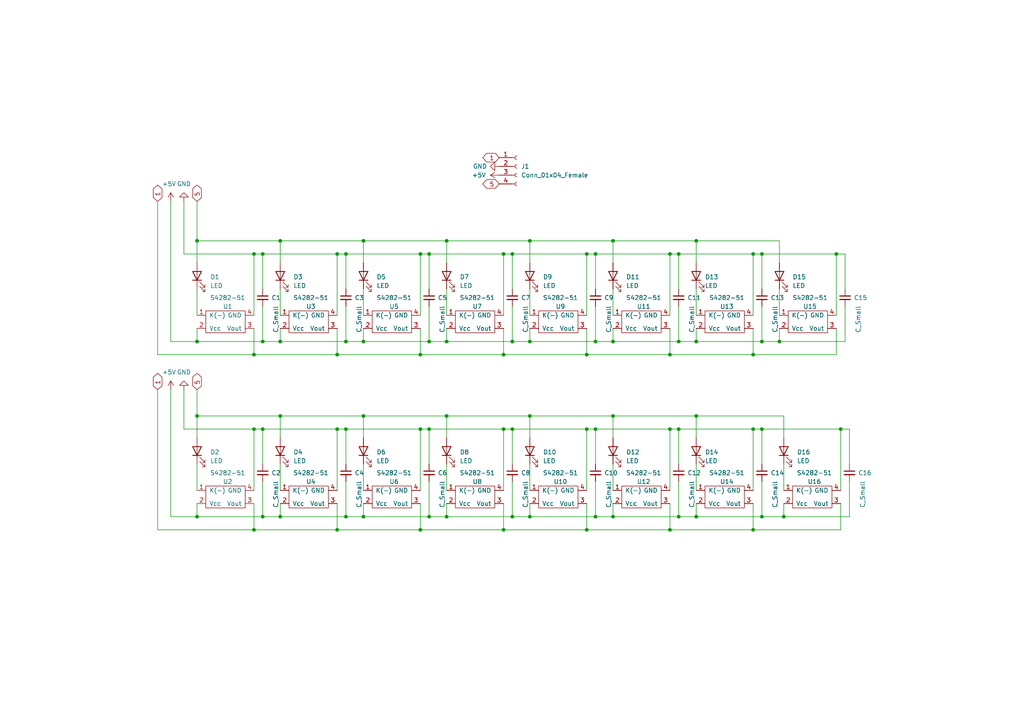
<source format=kicad_sch>
(kicad_sch (version 20211123) (generator eeschema)
  (paper "A4")
  (lib_symbols
    (symbol "Connector:Conn_01x04_Female" (pin_names (offset 1.016) hide)
      (property "Reference" "J" (at 0 5.08 0))
      (property "Value" "Conn_01x04_Female" (at 0 -7.62 0))
      (symbol "Conn_01x04_Female_1_1"
        (arc (start 0 -4.572) (mid -0.508 -5.08) (end 0 -5.588) (stroke (width 0.1524)))
        (arc (start 0 -2.032) (mid -0.508 -2.54) (end 0 -3.048) (stroke (width 0.1524)))
        (polyline (pts (xy -1.27 -5.08) (xy -0.508 -5.08)) (stroke (width 0.1524)))
        (polyline (pts (xy -1.27 -2.54) (xy -0.508 -2.54)) (stroke (width 0.1524)))
        (polyline (pts (xy -1.27 0) (xy -0.508 0)) (stroke (width 0.1524)))
        (polyline (pts (xy -1.27 2.54) (xy -0.508 2.54)) (stroke (width 0.1524)))
        (arc (start 0 0.508) (mid -0.508 0) (end 0 -0.508) (stroke (width 0.1524)))
        (arc (start 0 3.048) (mid -0.508 2.54) (end 0 2.032) (stroke (width 0.1524)))
        (pin passive line (at -5.08 2.54 0) (length 3.81) (name "Pin_1") (number "1"))
        (pin passive line (at -5.08 0 0) (length 3.81) (name "Pin_2") (number "2"))
        (pin passive line (at -5.08 -2.54 0) (length 3.81) (name "Pin_3") (number "3"))
        (pin passive line (at -5.08 -5.08 0) (length 3.81) (name "Pin_4") (number "4"))
      )
    )
    (symbol "Device:C_Small" (pin_numbers hide) (pin_names (offset 0.254) hide)
      (property "Reference" "C" (at 0.254 1.778 0))
      (property "Value" "C_Small" (at 0.254 -2.032 0))
      (symbol "C_Small_0_1"
        (polyline (pts (xy -1.524 -0.508) (xy 1.524 -0.508)) (stroke (width 0.3302)))
        (polyline (pts (xy -1.524 0.508) (xy 1.524 0.508)) (stroke (width 0.3048)))
      )
      (symbol "C_Small_1_1"
        (pin passive line (at 0 2.54 270) (length 2.032) (name "~") (number "1"))
        (pin passive line (at 0 -2.54 90) (length 2.032) (name "~") (number "2"))
      )
    )
    (symbol "Device:LED" (pin_numbers hide) (pin_names (offset 1.016) hide)
      (property "Reference" "D" (at 0 2.54 0))
      (property "Value" "LED" (at 0 -2.54 0))
      (symbol "LED_0_1"
        (polyline (pts (xy -1.27 -1.27) (xy -1.27 1.27)) (stroke (width 0.254)))
        (polyline (pts (xy -1.27 0) (xy 1.27 0)))
        (polyline (pts (xy 1.27 -1.27) (xy 1.27 1.27) (xy -1.27 0) (xy 1.27 -1.27)) (stroke (width 0.254)))
        (polyline (pts (xy -3.048 -0.762) (xy -4.572 -2.286) (xy -3.81 -2.286) (xy -4.572 -2.286) (xy -4.572 -1.524)))
        (polyline (pts (xy -1.778 -0.762) (xy -3.302 -2.286) (xy -2.54 -2.286) (xy -3.302 -2.286) (xy -3.302 -1.524)))
      )
      (symbol "LED_1_1"
        (pin passive line (at -3.81 0 0) (length 2.54) (name "K") (number "1"))
        (pin passive line (at 3.81 0 180) (length 2.54) (name "A") (number "2"))
      )
    )
    (symbol "New_Library:S4282-51" (pin_names (offset 1.016))
      (property "Reference" "U" (at 0 3.81 0))
      (property "Value" "S4282-51" (at 0 6.35 0))
      (symbol "S4282-51_0_1"
        (rectangle (start -6.35 2.54) (end 5.08 -3.81))
      )
      (symbol "S4282-51_1_1"
        (pin input line (at -8.89 1.27 0) (length 2.54) (name "K(-)") (number "1"))
        (pin input line (at -8.89 -2.54 0) (length 2.54) (name "Vcc") (number "2"))
        (pin input line (at 7.62 -2.54 180) (length 2.54) (name "Vout") (number "3"))
        (pin input line (at 7.62 1.27 180) (length 2.54) (name "GND") (number "4"))
      )
    )
    (symbol "power:+5V" (power) (pin_names (offset 0))
      (property "Value" "+5V" (at 0 3.556 0))
      (symbol "+5V_0_1"
        (polyline (pts (xy -0.762 1.27) (xy 0 2.54)))
        (polyline (pts (xy 0 0) (xy 0 2.54)))
        (polyline (pts (xy 0 2.54) (xy 0.762 1.27)))
      )
      (symbol "+5V_1_1"
        (pin power_in line (at 0 0 90) (length 0) hide (name "+5V") (number "1"))
      )
    )
    (symbol "power:GND" (power) (pin_names (offset 0))
      (property "Value" "GND" (at 0 -3.81 0))
      (symbol "GND_0_1"
        (polyline (pts (xy 0 0) (xy 0 -1.27) (xy 1.27 -1.27) (xy 0 -2.54) (xy -1.27 -1.27) (xy 0 -1.27)))
      )
      (symbol "GND_1_1"
        (pin power_in line (at 0 0 270) (length 0) hide (name "GND") (number "1"))
      )
    )
  )
  (junction (at 218.44 153.67))
  (junction (at 218.44 124.46))
  (junction (at 153.67 69.85))
  (junction (at 73.66 102.87))
  (junction (at 105.41 69.85))
  (junction (at 220.98 99.06))
  (junction (at 124.46 149.86))
  (junction (at 124.46 124.46))
  (junction (at 57.15 99.06))
  (junction (at 81.28 120.65))
  (junction (at 97.79 153.67))
  (junction (at 172.72 124.46))
  (junction (at 220.98 124.46))
  (junction (at 124.46 73.66))
  (junction (at 129.54 99.06))
  (junction (at 146.05 102.87))
  (junction (at 201.93 69.85))
  (junction (at 172.72 149.86))
  (junction (at 218.44 102.87))
  (junction (at 220.98 73.66))
  (junction (at 226.06 99.06))
  (junction (at 170.18 102.87))
  (junction (at 172.72 73.66))
  (junction (at 196.85 99.06))
  (junction (at 105.41 99.06))
  (junction (at 196.85 124.46))
  (junction (at 148.59 124.46))
  (junction (at 242.57 73.66))
  (junction (at 97.79 73.66))
  (junction (at 148.59 99.06))
  (junction (at 153.67 149.86))
  (junction (at 129.54 69.85))
  (junction (at 170.18 124.46))
  (junction (at 218.44 73.66))
  (junction (at 76.2 124.46))
  (junction (at 105.41 149.86))
  (junction (at 100.33 73.66))
  (junction (at 201.93 120.65))
  (junction (at 100.33 99.06))
  (junction (at 194.31 102.87))
  (junction (at 97.79 102.87))
  (junction (at 129.54 120.65))
  (junction (at 73.66 124.46))
  (junction (at 73.66 153.67))
  (junction (at 172.72 99.06))
  (junction (at 220.98 149.86))
  (junction (at 124.46 99.06))
  (junction (at 81.28 69.85))
  (junction (at 196.85 149.86))
  (junction (at 177.8 120.65))
  (junction (at 153.67 120.65))
  (junction (at 194.31 124.46))
  (junction (at 100.33 124.46))
  (junction (at 177.8 99.06))
  (junction (at 76.2 149.86))
  (junction (at 121.92 153.67))
  (junction (at 170.18 73.66))
  (junction (at 57.15 149.86))
  (junction (at 196.85 73.66))
  (junction (at 121.92 102.87))
  (junction (at 170.18 153.67))
  (junction (at 100.33 149.86))
  (junction (at 243.84 124.46))
  (junction (at 194.31 153.67))
  (junction (at 57.15 69.85))
  (junction (at 81.28 99.06))
  (junction (at 201.93 149.86))
  (junction (at 76.2 99.06))
  (junction (at 97.79 124.46))
  (junction (at 121.92 73.66))
  (junction (at 148.59 73.66))
  (junction (at 105.41 120.65))
  (junction (at 146.05 73.66))
  (junction (at 177.8 149.86))
  (junction (at 146.05 124.46))
  (junction (at 148.59 149.86))
  (junction (at 146.05 153.67))
  (junction (at 57.15 120.65))
  (junction (at 201.93 99.06))
  (junction (at 177.8 69.85))
  (junction (at 121.92 124.46))
  (junction (at 76.2 73.66))
  (junction (at 153.67 99.06))
  (junction (at 81.28 149.86))
  (junction (at 194.31 73.66))
  (junction (at 73.66 73.66))
  (junction (at 227.33 149.86))
  (junction (at 129.54 149.86))
  (wire (pts (xy 97.79 153.67) (xy 121.92 153.67)))
  (wire (pts (xy 153.67 99.06) (xy 172.72 99.06)))
  (wire (pts (xy 177.8 69.85) (xy 177.8 76.2)))
  (wire (pts (xy 57.15 120.65) (xy 81.28 120.65)))
  (wire (pts (xy 218.44 124.46) (xy 218.44 142.24)))
  (wire (pts (xy 194.31 102.87) (xy 218.44 102.87)))
  (wire (pts (xy 220.98 124.46) (xy 243.84 124.46)))
  (wire (pts (xy 73.66 102.87) (xy 97.79 102.87)))
  (wire (pts (xy 170.18 153.67) (xy 194.31 153.67)))
  (wire (pts (xy 172.72 149.86) (xy 177.8 149.86)))
  (wire (pts (xy 100.33 124.46) (xy 121.92 124.46)))
  (wire (pts (xy 146.05 153.67) (xy 170.18 153.67)))
  (wire (pts (xy 146.05 95.25) (xy 146.05 102.87)))
  (wire (pts (xy 148.59 124.46) (xy 148.59 134.62)))
  (wire (pts (xy 246.38 139.7) (xy 246.38 149.86)))
  (wire (pts (xy 105.41 83.82) (xy 105.41 91.44)))
  (wire (pts (xy 121.92 102.87) (xy 146.05 102.87)))
  (wire (pts (xy 121.92 124.46) (xy 124.46 124.46)))
  (wire (pts (xy 53.34 124.46) (xy 73.66 124.46)))
  (wire (pts (xy 227.33 134.62) (xy 227.33 142.24)))
  (wire (pts (xy 148.59 139.7) (xy 148.59 149.86)))
  (wire (pts (xy 100.33 99.06) (xy 105.41 99.06)))
  (wire (pts (xy 146.05 146.05) (xy 146.05 153.67)))
  (wire (pts (xy 170.18 102.87) (xy 194.31 102.87)))
  (wire (pts (xy 243.84 124.46) (xy 243.84 142.24)))
  (wire (pts (xy 97.79 124.46) (xy 97.79 142.24)))
  (wire (pts (xy 97.79 73.66) (xy 97.79 91.44)))
  (wire (pts (xy 245.11 99.06) (xy 226.06 99.06)))
  (wire (pts (xy 76.2 73.66) (xy 76.2 83.82)))
  (wire (pts (xy 105.41 146.05) (xy 105.41 149.86)))
  (wire (pts (xy 196.85 99.06) (xy 201.93 99.06)))
  (wire (pts (xy 245.11 88.9) (xy 245.11 99.06)))
  (wire (pts (xy 220.98 139.7) (xy 220.98 149.86)))
  (wire (pts (xy 220.98 88.9) (xy 220.98 99.06)))
  (wire (pts (xy 53.34 113.03) (xy 53.34 124.46)))
  (wire (pts (xy 246.38 134.62) (xy 246.38 124.46)))
  (wire (pts (xy 172.72 73.66) (xy 172.72 83.82)))
  (wire (pts (xy 220.98 124.46) (xy 220.98 134.62)))
  (wire (pts (xy 194.31 124.46) (xy 196.85 124.46)))
  (wire (pts (xy 201.93 83.82) (xy 201.93 91.44)))
  (wire (pts (xy 57.15 83.82) (xy 57.15 91.44)))
  (wire (pts (xy 76.2 139.7) (xy 76.2 149.86)))
  (wire (pts (xy 57.15 95.25) (xy 57.15 99.06)))
  (wire (pts (xy 81.28 134.62) (xy 81.28 142.24)))
  (wire (pts (xy 172.72 139.7) (xy 172.72 149.86)))
  (wire (pts (xy 146.05 73.66) (xy 146.05 91.44)))
  (wire (pts (xy 177.8 149.86) (xy 196.85 149.86)))
  (wire (pts (xy 49.53 149.86) (xy 57.15 149.86)))
  (wire (pts (xy 73.66 95.25) (xy 73.66 102.87)))
  (wire (pts (xy 194.31 146.05) (xy 194.31 153.67)))
  (wire (pts (xy 100.33 149.86) (xy 105.41 149.86)))
  (wire (pts (xy 97.79 95.25) (xy 97.79 102.87)))
  (wire (pts (xy 81.28 149.86) (xy 100.33 149.86)))
  (wire (pts (xy 194.31 124.46) (xy 194.31 142.24)))
  (wire (pts (xy 97.79 102.87) (xy 121.92 102.87)))
  (wire (pts (xy 124.46 88.9) (xy 124.46 99.06)))
  (wire (pts (xy 196.85 88.9) (xy 196.85 99.06)))
  (wire (pts (xy 172.72 99.06) (xy 177.8 99.06)))
  (wire (pts (xy 246.38 149.86) (xy 227.33 149.86)))
  (wire (pts (xy 121.92 124.46) (xy 121.92 142.24)))
  (wire (pts (xy 129.54 120.65) (xy 153.67 120.65)))
  (wire (pts (xy 242.57 73.66) (xy 242.57 91.44)))
  (wire (pts (xy 124.46 149.86) (xy 129.54 149.86)))
  (wire (pts (xy 194.31 73.66) (xy 196.85 73.66)))
  (wire (pts (xy 146.05 102.87) (xy 170.18 102.87)))
  (wire (pts (xy 218.44 102.87) (xy 242.57 102.87)))
  (wire (pts (xy 218.44 73.66) (xy 220.98 73.66)))
  (wire (pts (xy 177.8 146.05) (xy 177.8 149.86)))
  (wire (pts (xy 53.34 73.66) (xy 73.66 73.66)))
  (wire (pts (xy 227.33 120.65) (xy 227.33 127)))
  (wire (pts (xy 129.54 95.25) (xy 129.54 99.06)))
  (wire (pts (xy 45.72 58.42) (xy 45.72 102.87)))
  (wire (pts (xy 124.46 124.46) (xy 124.46 134.62)))
  (wire (pts (xy 57.15 120.65) (xy 57.15 127)))
  (wire (pts (xy 57.15 146.05) (xy 57.15 149.86)))
  (wire (pts (xy 73.66 124.46) (xy 73.66 142.24)))
  (wire (pts (xy 105.41 120.65) (xy 105.41 127)))
  (wire (pts (xy 76.2 124.46) (xy 76.2 134.62)))
  (wire (pts (xy 220.98 73.66) (xy 220.98 83.82)))
  (wire (pts (xy 226.06 76.2) (xy 226.06 69.85)))
  (wire (pts (xy 53.34 58.42) (xy 53.34 73.66)))
  (wire (pts (xy 105.41 95.25) (xy 105.41 99.06)))
  (wire (pts (xy 49.53 99.06) (xy 57.15 99.06)))
  (wire (pts (xy 177.8 120.65) (xy 177.8 127)))
  (wire (pts (xy 220.98 99.06) (xy 226.06 99.06)))
  (wire (pts (xy 105.41 120.65) (xy 129.54 120.65)))
  (wire (pts (xy 45.72 153.67) (xy 73.66 153.67)))
  (wire (pts (xy 57.15 149.86) (xy 76.2 149.86)))
  (wire (pts (xy 153.67 69.85) (xy 177.8 69.85)))
  (wire (pts (xy 49.53 58.42) (xy 49.53 99.06)))
  (wire (pts (xy 194.31 95.25) (xy 194.31 102.87)))
  (wire (pts (xy 105.41 149.86) (xy 124.46 149.86)))
  (wire (pts (xy 146.05 124.46) (xy 146.05 142.24)))
  (wire (pts (xy 124.46 73.66) (xy 146.05 73.66)))
  (wire (pts (xy 153.67 134.62) (xy 153.67 142.24)))
  (wire (pts (xy 100.33 73.66) (xy 100.33 83.82)))
  (wire (pts (xy 177.8 69.85) (xy 201.93 69.85)))
  (wire (pts (xy 45.72 113.03) (xy 45.72 153.67)))
  (wire (pts (xy 242.57 102.87) (xy 242.57 95.25)))
  (wire (pts (xy 76.2 124.46) (xy 97.79 124.46)))
  (wire (pts (xy 76.2 88.9) (xy 76.2 99.06)))
  (wire (pts (xy 153.67 69.85) (xy 153.67 76.2)))
  (wire (pts (xy 220.98 149.86) (xy 227.33 149.86)))
  (wire (pts (xy 57.15 99.06) (xy 76.2 99.06)))
  (wire (pts (xy 218.44 124.46) (xy 220.98 124.46)))
  (wire (pts (xy 201.93 134.62) (xy 201.93 142.24)))
  (wire (pts (xy 129.54 69.85) (xy 129.54 76.2)))
  (wire (pts (xy 218.44 146.05) (xy 218.44 153.67)))
  (wire (pts (xy 129.54 134.62) (xy 129.54 142.24)))
  (wire (pts (xy 226.06 99.06) (xy 226.06 95.25)))
  (wire (pts (xy 81.28 95.25) (xy 81.28 99.06)))
  (wire (pts (xy 196.85 73.66) (xy 218.44 73.66)))
  (wire (pts (xy 153.67 146.05) (xy 153.67 149.86)))
  (wire (pts (xy 105.41 134.62) (xy 105.41 142.24)))
  (wire (pts (xy 97.79 124.46) (xy 100.33 124.46)))
  (wire (pts (xy 129.54 83.82) (xy 129.54 91.44)))
  (wire (pts (xy 220.98 73.66) (xy 242.57 73.66)))
  (wire (pts (xy 153.67 83.82) (xy 153.67 91.44)))
  (wire (pts (xy 81.28 120.65) (xy 105.41 120.65)))
  (wire (pts (xy 76.2 99.06) (xy 81.28 99.06)))
  (wire (pts (xy 196.85 149.86) (xy 201.93 149.86)))
  (wire (pts (xy 170.18 95.25) (xy 170.18 102.87)))
  (wire (pts (xy 121.92 146.05) (xy 121.92 153.67)))
  (wire (pts (xy 45.72 102.87) (xy 73.66 102.87)))
  (wire (pts (xy 148.59 73.66) (xy 148.59 83.82)))
  (wire (pts (xy 124.46 124.46) (xy 146.05 124.46)))
  (wire (pts (xy 129.54 149.86) (xy 148.59 149.86)))
  (wire (pts (xy 148.59 88.9) (xy 148.59 99.06)))
  (wire (pts (xy 177.8 83.82) (xy 177.8 91.44)))
  (wire (pts (xy 201.93 99.06) (xy 220.98 99.06)))
  (wire (pts (xy 177.8 134.62) (xy 177.8 142.24)))
  (wire (pts (xy 177.8 120.65) (xy 201.93 120.65)))
  (wire (pts (xy 105.41 99.06) (xy 124.46 99.06)))
  (wire (pts (xy 218.44 95.25) (xy 218.44 102.87)))
  (wire (pts (xy 201.93 120.65) (xy 201.93 127)))
  (wire (pts (xy 172.72 88.9) (xy 172.72 99.06)))
  (wire (pts (xy 81.28 146.05) (xy 81.28 149.86)))
  (wire (pts (xy 218.44 73.66) (xy 218.44 91.44)))
  (wire (pts (xy 153.67 149.86) (xy 172.72 149.86)))
  (wire (pts (xy 129.54 120.65) (xy 129.54 127)))
  (wire (pts (xy 81.28 99.06) (xy 100.33 99.06)))
  (wire (pts (xy 148.59 124.46) (xy 170.18 124.46)))
  (wire (pts (xy 172.72 124.46) (xy 172.72 134.62)))
  (wire (pts (xy 170.18 146.05) (xy 170.18 153.67)))
  (wire (pts (xy 172.72 124.46) (xy 194.31 124.46)))
  (wire (pts (xy 243.84 153.67) (xy 243.84 146.05)))
  (wire (pts (xy 194.31 73.66) (xy 194.31 91.44)))
  (wire (pts (xy 100.33 88.9) (xy 100.33 99.06)))
  (wire (pts (xy 170.18 73.66) (xy 172.72 73.66)))
  (wire (pts (xy 121.92 73.66) (xy 121.92 91.44)))
  (wire (pts (xy 100.33 124.46) (xy 100.33 134.62)))
  (wire (pts (xy 201.93 69.85) (xy 226.06 69.85)))
  (wire (pts (xy 73.66 153.67) (xy 97.79 153.67)))
  (wire (pts (xy 153.67 95.25) (xy 153.67 99.06)))
  (wire (pts (xy 124.46 73.66) (xy 124.46 83.82)))
  (wire (pts (xy 177.8 99.06) (xy 196.85 99.06)))
  (wire (pts (xy 146.05 124.46) (xy 148.59 124.46)))
  (wire (pts (xy 245.11 73.66) (xy 242.57 73.66)))
  (wire (pts (xy 105.41 69.85) (xy 129.54 69.85)))
  (wire (pts (xy 148.59 99.06) (xy 153.67 99.06)))
  (wire (pts (xy 49.53 113.03) (xy 49.53 149.86)))
  (wire (pts (xy 97.79 73.66) (xy 100.33 73.66)))
  (wire (pts (xy 201.93 69.85) (xy 201.93 76.2)))
  (wire (pts (xy 196.85 124.46) (xy 196.85 134.62)))
  (wire (pts (xy 73.66 146.05) (xy 73.66 153.67)))
  (wire (pts (xy 124.46 99.06) (xy 129.54 99.06)))
  (wire (pts (xy 218.44 153.67) (xy 243.84 153.67)))
  (wire (pts (xy 81.28 120.65) (xy 81.28 127)))
  (wire (pts (xy 201.93 149.86) (xy 220.98 149.86)))
  (wire (pts (xy 170.18 73.66) (xy 170.18 91.44)))
  (wire (pts (xy 73.66 124.46) (xy 76.2 124.46)))
  (wire (pts (xy 57.15 69.85) (xy 81.28 69.85)))
  (wire (pts (xy 129.54 69.85) (xy 153.67 69.85)))
  (wire (pts (xy 121.92 95.25) (xy 121.92 102.87)))
  (wire (pts (xy 81.28 69.85) (xy 81.28 76.2)))
  (wire (pts (xy 73.66 73.66) (xy 73.66 91.44)))
  (wire (pts (xy 201.93 95.25) (xy 201.93 99.06)))
  (wire (pts (xy 121.92 153.67) (xy 146.05 153.67)))
  (wire (pts (xy 148.59 73.66) (xy 170.18 73.66)))
  (wire (pts (xy 57.15 113.03) (xy 57.15 120.65)))
  (wire (pts (xy 245.11 83.82) (xy 245.11 73.66)))
  (wire (pts (xy 129.54 146.05) (xy 129.54 149.86)))
  (wire (pts (xy 105.41 69.85) (xy 105.41 76.2)))
  (wire (pts (xy 81.28 69.85) (xy 105.41 69.85)))
  (wire (pts (xy 172.72 73.66) (xy 194.31 73.66)))
  (wire (pts (xy 97.79 146.05) (xy 97.79 153.67)))
  (wire (pts (xy 201.93 120.65) (xy 227.33 120.65)))
  (wire (pts (xy 194.31 153.67) (xy 218.44 153.67)))
  (wire (pts (xy 73.66 73.66) (xy 76.2 73.66)))
  (wire (pts (xy 100.33 73.66) (xy 121.92 73.66)))
  (wire (pts (xy 57.15 134.62) (xy 57.15 142.24)))
  (wire (pts (xy 170.18 124.46) (xy 170.18 142.24)))
  (wire (pts (xy 124.46 139.7) (xy 124.46 149.86)))
  (wire (pts (xy 57.15 69.85) (xy 57.15 76.2)))
  (wire (pts (xy 196.85 124.46) (xy 218.44 124.46)))
  (wire (pts (xy 226.06 91.44) (xy 226.06 83.82)))
  (wire (pts (xy 170.18 124.46) (xy 172.72 124.46)))
  (wire (pts (xy 196.85 139.7) (xy 196.85 149.86)))
  (wire (pts (xy 148.59 149.86) (xy 153.67 149.86)))
  (wire (pts (xy 100.33 139.7) (xy 100.33 149.86)))
  (wire (pts (xy 177.8 95.25) (xy 177.8 99.06)))
  (wire (pts (xy 153.67 120.65) (xy 153.67 127)))
  (wire (pts (xy 146.05 73.66) (xy 148.59 73.66)))
  (wire (pts (xy 129.54 99.06) (xy 148.59 99.06)))
  (wire (pts (xy 153.67 120.65) (xy 177.8 120.65)))
  (wire (pts (xy 81.28 83.82) (xy 81.28 91.44)))
  (wire (pts (xy 201.93 146.05) (xy 201.93 149.86)))
  (wire (pts (xy 227.33 149.86) (xy 227.33 146.05)))
  (wire (pts (xy 246.38 124.46) (xy 243.84 124.46)))
  (wire (pts (xy 57.15 58.42) (xy 57.15 69.85)))
  (wire (pts (xy 76.2 149.86) (xy 81.28 149.86)))
  (wire (pts (xy 76.2 73.66) (xy 97.79 73.66)))
  (wire (pts (xy 121.92 73.66) (xy 124.46 73.66)))
  (wire (pts (xy 196.85 73.66) (xy 196.85 83.82)))
  (global_label "5" (shape bidirectional) (at 144.78 53.34 180) (property "Intersheet References" "${INTERSHEET_REFS}" (effects hide)))
  (global_label "5" (shape bidirectional) (at 57.15 113.03 90) (property "Intersheet References" "${INTERSHEET_REFS}" (effects hide)))
  (global_label "1" (shape bidirectional) (at 45.72 58.42 90) (property "Intersheet References" "${INTERSHEET_REFS}" (effects hide)))
  (global_label "1" (shape bidirectional) (at 45.72 113.03 90) (property "Intersheet References" "${INTERSHEET_REFS}" (effects hide)))
  (global_label "5" (shape bidirectional) (at 57.15 58.42 90) (property "Intersheet References" "${INTERSHEET_REFS}" (effects hide)))
  (global_label "1" (shape bidirectional) (at 144.78 45.72 180) (property "Intersheet References" "${INTERSHEET_REFS}" (effects hide)))
  (symbol (lib_id "New_Library:S4282-51") (at 66.04 92.71 0) (unit 1)
    (property "Reference" "U1" (at 66.04 88.9 0))
    (property "Value" "S4282-51" (at 66.04 86.36 0))
    (property "Footprint" "Line_sennsor:Line_sennsor" (effects hide))
  )
  (symbol (lib_id "Device:C_Small") (at 100.33 137.16 0) (unit 1)
    (property "Reference" "C4" (at 102.87 137.16 0) (effects (justify left)))
    (property "Value" "C_Small" (at 104.14 147.32 90) (effects (justify left)))
    (property "Footprint" "Capacitor_THT:C_Disc_D3.8mm_W2.6mm_P2.50mm" (effects hide))
  )
  (symbol (lib_id "New_Library:S4282-51") (at 114.3 92.71 0) (unit 1)
    (property "Reference" "U5" (at 114.3 88.9 0))
    (property "Value" "S4282-51" (at 114.3 86.36 0))
    (property "Footprint" "Line_sennsor:Line_sennsor" (effects hide))
  )
  (symbol (lib_id "Device:LED") (at 177.8 130.81 90) (unit 1)
    (property "Reference" "D12" (at 181.61 131.1274 90) (effects (justify right)))
    (property "Value" "LED" (at 181.61 133.6674 90) (effects (justify right)))
    (property "Footprint" "LED_THT:LED_D3.0mm_Clear" (effects hide))
  )
  (symbol (lib_id "Device:LED") (at 226.06 80.01 90) (unit 1)
    (property "Reference" "D15" (at 229.87 80.3274 90) (effects (justify right)))
    (property "Value" "LED" (at 229.87 82.8674 90) (effects (justify right)))
    (property "Footprint" "LED_THT:LED_D3.0mm_Clear" (effects hide))
  )
  (symbol (lib_id "power:+5V") (at 49.53 58.42 0) (unit 1)
    (property "Reference" "#PWR01" (effects hide))
    (property "Value" "+5V" (at 46.99 53.34 0) (effects (justify left)))
  )
  (symbol (lib_id "Device:C_Small") (at 196.85 137.16 0) (unit 1)
    (property "Reference" "C12" (at 199.39 137.16 0) (effects (justify left)))
    (property "Value" "C_Small" (at 200.66 147.32 90) (effects (justify left)))
    (property "Footprint" "Capacitor_THT:C_Disc_D3.8mm_W2.6mm_P2.50mm" (effects hide))
  )
  (symbol (lib_id "power:GND") (at 144.78 48.26 270) (unit 1)
    (property "Reference" "#PWR05" (effects hide))
    (property "Value" "GND" (at 137.16 48.26 90) (effects (justify left)))
  )
  (symbol (lib_id "New_Library:S4282-51") (at 138.43 92.71 0) (unit 1)
    (property "Reference" "U7" (at 138.43 88.9 0))
    (property "Value" "S4282-51" (at 138.43 86.36 0))
    (property "Footprint" "Line_sennsor:Line_sennsor" (effects hide))
  )
  (symbol (lib_id "New_Library:S4282-51") (at 90.17 92.71 0) (unit 1)
    (property "Reference" "U3" (at 90.17 88.9 0))
    (property "Value" "S4282-51" (at 90.17 86.36 0))
    (property "Footprint" "Line_sennsor:Line_sennsor" (effects hide))
  )
  (symbol (lib_id "Device:LED") (at 177.8 80.01 90) (unit 1)
    (property "Reference" "D11" (at 181.61 80.3274 90) (effects (justify right)))
    (property "Value" "LED" (at 181.61 82.8674 90) (effects (justify right)))
    (property "Footprint" "LED_THT:LED_D3.0mm_Clear" (effects hide))
  )
  (symbol (lib_id "Device:C_Small") (at 124.46 137.16 0) (unit 1)
    (property "Reference" "C6" (at 127 137.16 0) (effects (justify left)))
    (property "Value" "C_Small" (at 128.27 147.32 90) (effects (justify left)))
    (property "Footprint" "Capacitor_THT:C_Disc_D3.8mm_W2.6mm_P2.50mm" (effects hide))
  )
  (symbol (lib_id "New_Library:S4282-51") (at 210.82 92.71 0) (unit 1)
    (property "Reference" "U13" (at 210.82 88.9 0))
    (property "Value" "S4282-51" (at 210.82 86.36 0))
    (property "Footprint" "Line_sennsor:Line_sennsor" (effects hide))
  )
  (symbol (lib_id "Device:C_Small") (at 245.11 86.36 0) (unit 1)
    (property "Reference" "C15" (at 247.65 86.36 0) (effects (justify left)))
    (property "Value" "C_Small" (at 248.92 96.52 90) (effects (justify left)))
    (property "Footprint" "Capacitor_THT:C_Disc_D3.8mm_W2.6mm_P2.50mm" (effects hide))
  )
  (symbol (lib_id "power:+5V") (at 49.53 113.03 0) (unit 1)
    (property "Reference" "#PWR02" (effects hide))
    (property "Value" "+5V" (at 46.99 107.95 0) (effects (justify left)))
  )
  (symbol (lib_id "New_Library:S4282-51") (at 186.69 143.51 0) (unit 1)
    (property "Reference" "U12" (at 186.69 139.7 0))
    (property "Value" "S4282-51" (at 186.69 137.16 0))
    (property "Footprint" "Line_sennsor:Line_sennsor" (effects hide))
  )
  (symbol (lib_id "Device:LED") (at 57.15 80.01 90) (unit 1)
    (property "Reference" "D1" (at 60.96 80.3274 90) (effects (justify right)))
    (property "Value" "LED" (at 60.96 82.8674 90) (effects (justify right)))
    (property "Footprint" "LED_THT:LED_D3.0mm_Clear" (effects hide))
  )
  (symbol (lib_id "Device:LED") (at 57.15 130.81 90) (unit 1)
    (property "Reference" "D2" (at 60.96 131.1274 90) (effects (justify right)))
    (property "Value" "LED" (at 60.96 133.6674 90) (effects (justify right)))
    (property "Footprint" "LED_THT:LED_D3.0mm_Clear" (effects hide))
  )
  (symbol (lib_id "New_Library:S4282-51") (at 138.43 143.51 0) (unit 1)
    (property "Reference" "U8" (at 138.43 139.7 0))
    (property "Value" "S4282-51" (at 138.43 137.16 0))
    (property "Footprint" "Line_sennsor:Line_sennsor" (effects hide))
  )
  (symbol (lib_id "New_Library:S4282-51") (at 162.56 92.71 0) (unit 1)
    (property "Reference" "U9" (at 162.56 88.9 0))
    (property "Value" "S4282-51" (at 162.56 86.36 0))
    (property "Footprint" "Line_sennsor:Line_sennsor" (effects hide))
  )
  (symbol (lib_id "power:GND") (at 53.34 58.42 180) (unit 1)
    (property "Reference" "#PWR03" (effects hide))
    (property "Value" "GND" (at 53.34 53.34 0))
  )
  (symbol (lib_id "Device:LED") (at 227.33 130.81 90) (unit 1)
    (property "Reference" "D16" (at 231.14 131.1274 90) (effects (justify right)))
    (property "Value" "LED" (at 231.14 133.6674 90) (effects (justify right)))
    (property "Footprint" "LED_THT:LED_D3.0mm_Clear" (effects hide))
  )
  (symbol (lib_id "Device:LED") (at 129.54 130.81 90) (unit 1)
    (property "Reference" "D8" (at 133.35 131.1274 90) (effects (justify right)))
    (property "Value" "LED" (at 133.35 133.6674 90) (effects (justify right)))
    (property "Footprint" "LED_THT:LED_D3.0mm_Clear" (effects hide))
  )
  (symbol (lib_id "New_Library:S4282-51") (at 234.95 92.71 0) (unit 1)
    (property "Reference" "U15" (at 234.95 88.9 0))
    (property "Value" "S4282-51" (at 234.95 86.36 0))
    (property "Footprint" "Line_sennsor:Line_sennsor" (effects hide))
  )
  (symbol (lib_id "Device:LED") (at 105.41 130.81 90) (unit 1)
    (property "Reference" "D6" (at 109.22 131.1274 90) (effects (justify right)))
    (property "Value" "LED" (at 109.22 133.6674 90) (effects (justify right)))
    (property "Footprint" "LED_THT:LED_D3.0mm_Clear" (effects hide))
  )
  (symbol (lib_id "power:+5V") (at 144.78 50.8 90) (unit 1)
    (property "Reference" "#PWR06" (effects hide))
    (property "Value" "+5V" (at 140.97 50.8 90) (effects (justify left)))
  )
  (symbol (lib_id "Device:C_Small") (at 246.38 137.16 0) (unit 1)
    (property "Reference" "C16" (at 248.92 137.16 0) (effects (justify left)))
    (property "Value" "C_Small" (at 250.19 147.32 90) (effects (justify left)))
    (property "Footprint" "Capacitor_THT:C_Disc_D3.8mm_W2.6mm_P2.50mm" (effects hide))
  )
  (symbol (lib_id "Device:C_Small") (at 220.98 86.36 0) (unit 1)
    (property "Reference" "C13" (at 223.52 86.36 0) (effects (justify left)))
    (property "Value" "C_Small" (at 224.79 96.52 90) (effects (justify left)))
    (property "Footprint" "Capacitor_THT:C_Disc_D3.8mm_W2.6mm_P2.50mm" (effects hide))
  )
  (symbol (lib_id "power:GND") (at 53.34 113.03 180) (unit 1)
    (property "Reference" "#PWR04" (effects hide))
    (property "Value" "GND" (at 53.34 107.95 0))
  )
  (symbol (lib_id "Device:C_Small") (at 76.2 86.36 0) (unit 1)
    (property "Reference" "C1" (at 78.74 86.36 0) (effects (justify left)))
    (property "Value" "C_Small" (at 80.01 96.52 90) (effects (justify left)))
    (property "Footprint" "Capacitor_THT:C_Disc_D3.8mm_W2.6mm_P2.50mm" (effects hide))
  )
  (symbol (lib_id "Device:LED") (at 201.93 130.81 90) (unit 1)
    (property "Reference" "D14" (at 204.47 131.1274 90) (effects (justify right)))
    (property "Value" "LED" (at 204.47 133.6674 90) (effects (justify right)))
    (property "Footprint" "LED_THT:LED_D3.0mm_Clear" (effects hide))
  )
  (symbol (lib_id "Device:C_Small") (at 148.59 86.36 0) (unit 1)
    (property "Reference" "C7" (at 151.13 86.36 0) (effects (justify left)))
    (property "Value" "C_Small" (at 152.4 96.52 90) (effects (justify left)))
    (property "Footprint" "Capacitor_THT:C_Disc_D3.8mm_W2.6mm_P2.50mm" (effects hide))
  )
  (symbol (lib_id "Connector:Conn_01x04_Female") (at 149.86 48.26 0) (unit 1)
    (property "Reference" "J1" (at 151.13 48.2599 0) (effects (justify left)))
    (property "Value" "Conn_01x04_Female" (at 151.13 50.7999 0) (effects (justify left)))
    (property "Footprint" "Connector_JST:JST_XH_B4B-XH-A_1x04_P2.50mm_Vertical" (effects hide))
  )
  (symbol (lib_id "Device:C_Small") (at 196.85 86.36 0) (unit 1)
    (property "Reference" "C11" (at 199.39 86.36 0) (effects (justify left)))
    (property "Value" "C_Small" (at 200.66 96.52 90) (effects (justify left)))
    (property "Footprint" "Capacitor_THT:C_Disc_D3.8mm_W2.6mm_P2.50mm" (effects hide))
  )
  (symbol (lib_id "New_Library:S4282-51") (at 66.04 143.51 0) (unit 1)
    (property "Reference" "U2" (at 66.04 139.7 0))
    (property "Value" "S4282-51" (at 66.04 137.16 0))
    (property "Footprint" "Line_sennsor:Line_sennsor" (effects hide))
  )
  (symbol (lib_id "Device:LED") (at 201.93 80.01 90) (unit 1)
    (property "Reference" "D13" (at 204.47 80.3274 90) (effects (justify right)))
    (property "Value" "LED" (at 204.47 82.8674 90) (effects (justify right)))
    (property "Footprint" "LED_THT:LED_D3.0mm_Clear" (effects hide))
  )
  (symbol (lib_id "New_Library:S4282-51") (at 186.69 92.71 0) (unit 1)
    (property "Reference" "U11" (at 186.69 88.9 0))
    (property "Value" "S4282-51" (at 186.69 86.36 0))
    (property "Footprint" "Line_sennsor:Line_sennsor" (effects hide))
  )
  (symbol (lib_id "Device:C_Small") (at 124.46 86.36 0) (unit 1)
    (property "Reference" "C5" (at 127 86.36 0) (effects (justify left)))
    (property "Value" "C_Small" (at 128.27 96.52 90) (effects (justify left)))
    (property "Footprint" "Capacitor_THT:C_Disc_D3.8mm_W2.6mm_P2.50mm" (effects hide))
  )
  (symbol (lib_id "Device:LED") (at 129.54 80.01 90) (unit 1)
    (property "Reference" "D7" (at 133.35 80.3274 90) (effects (justify right)))
    (property "Value" "LED" (at 133.35 82.8674 90) (effects (justify right)))
    (property "Footprint" "LED_THT:LED_D3.0mm_Clear" (effects hide))
  )
  (symbol (lib_id "Device:C_Small") (at 220.98 137.16 0) (unit 1)
    (property "Reference" "C14" (at 223.52 137.16 0) (effects (justify left)))
    (property "Value" "C_Small" (at 224.79 147.32 90) (effects (justify left)))
    (property "Footprint" "Capacitor_THT:C_Disc_D3.8mm_W2.6mm_P2.50mm" (effects hide))
  )
  (symbol (lib_id "Device:C_Small") (at 76.2 137.16 0) (unit 1)
    (property "Reference" "C2" (at 78.74 137.16 0) (effects (justify left)))
    (property "Value" "C_Small" (at 80.01 147.32 90) (effects (justify left)))
    (property "Footprint" "Capacitor_THT:C_Disc_D3.8mm_W2.6mm_P2.50mm" (effects hide))
  )
  (symbol (lib_id "Device:C_Small") (at 100.33 86.36 0) (unit 1)
    (property "Reference" "C3" (at 102.87 86.36 0) (effects (justify left)))
    (property "Value" "C_Small" (at 104.14 96.52 90) (effects (justify left)))
    (property "Footprint" "Capacitor_THT:C_Disc_D3.8mm_W2.6mm_P2.50mm" (effects hide))
  )
  (symbol (lib_id "Device:LED") (at 153.67 130.81 90) (unit 1)
    (property "Reference" "D10" (at 157.48 131.1274 90) (effects (justify right)))
    (property "Value" "LED" (at 157.48 133.6674 90) (effects (justify right)))
    (property "Footprint" "LED_THT:LED_D3.0mm_Clear" (effects hide))
  )
  (symbol (lib_id "New_Library:S4282-51") (at 210.82 143.51 0) (unit 1)
    (property "Reference" "U14" (at 210.82 139.7 0))
    (property "Value" "S4282-51" (at 210.82 137.16 0))
    (property "Footprint" "Line_sennsor:Line_sennsor" (effects hide))
  )
  (symbol (lib_id "Device:LED") (at 81.28 130.81 90) (unit 1)
    (property "Reference" "D4" (at 85.09 131.1274 90) (effects (justify right)))
    (property "Value" "LED" (at 85.09 133.6674 90) (effects (justify right)))
    (property "Footprint" "LED_THT:LED_D3.0mm_Clear" (effects hide))
  )
  (symbol (lib_id "New_Library:S4282-51") (at 90.17 143.51 0) (unit 1)
    (property "Reference" "U4" (at 90.17 139.7 0))
    (property "Value" "S4282-51" (at 90.17 137.16 0))
    (property "Footprint" "Line_sennsor:Line_sennsor" (effects hide))
  )
  (symbol (lib_id "New_Library:S4282-51") (at 114.3 143.51 0) (unit 1)
    (property "Reference" "U6" (at 114.3 139.7 0))
    (property "Value" "S4282-51" (at 114.3 137.16 0))
    (property "Footprint" "Line_sennsor:Line_sennsor" (effects hide))
  )
  (symbol (lib_id "Device:LED") (at 81.28 80.01 90) (unit 1)
    (property "Reference" "D3" (at 85.09 80.3274 90) (effects (justify right)))
    (property "Value" "LED" (at 85.09 82.8674 90) (effects (justify right)))
    (property "Footprint" "LED_THT:LED_D3.0mm_Clear" (effects hide))
  )
  (symbol (lib_id "New_Library:S4282-51") (at 236.22 143.51 0) (unit 1)
    (property "Reference" "U16" (at 236.22 139.7 0))
    (property "Value" "S4282-51" (at 236.22 137.16 0))
    (property "Footprint" "Line_sennsor:Line_sennsor" (effects hide))
  )
  (symbol (lib_id "Device:C_Small") (at 172.72 137.16 0) (unit 1)
    (property "Reference" "C10" (at 175.26 137.16 0) (effects (justify left)))
    (property "Value" "C_Small" (at 176.53 147.32 90) (effects (justify left)))
    (property "Footprint" "Capacitor_THT:C_Disc_D3.8mm_W2.6mm_P2.50mm" (effects hide))
  )
  (symbol (lib_id "Device:C_Small") (at 172.72 86.36 0) (unit 1)
    (property "Reference" "C9" (at 175.26 86.36 0) (effects (justify left)))
    (property "Value" "C_Small" (at 176.53 96.52 90) (effects (justify left)))
    (property "Footprint" "Capacitor_THT:C_Disc_D3.8mm_W2.6mm_P2.50mm" (effects hide))
  )
  (symbol (lib_id "New_Library:S4282-51") (at 162.56 143.51 0) (unit 1)
    (property "Reference" "U10" (at 162.56 139.7 0))
    (property "Value" "S4282-51" (at 162.56 137.16 0))
    (property "Footprint" "Line_sennsor:Line_sennsor" (effects hide))
  )
  (symbol (lib_id "Device:LED") (at 153.67 80.01 90) (unit 1)
    (property "Reference" "D9" (at 157.48 80.3274 90) (effects (justify right)))
    (property "Value" "LED" (at 157.48 82.8674 90) (effects (justify right)))
    (property "Footprint" "LED_THT:LED_D3.0mm_Clear" (effects hide))
  )
  (symbol (lib_id "Device:C_Small") (at 148.59 137.16 0) (unit 1)
    (property "Reference" "C8" (at 151.13 137.16 0) (effects (justify left)))
    (property "Value" "C_Small" (at 152.4 147.32 90) (effects (justify left)))
    (property "Footprint" "Capacitor_THT:C_Disc_D3.8mm_W2.6mm_P2.50mm" (effects hide))
  )
  (symbol (lib_id "Device:LED") (at 105.41 80.01 90) (unit 1)
    (property "Reference" "D5" (at 109.22 80.3274 90) (effects (justify right)))
    (property "Value" "LED" (at 109.22 82.8674 90) (effects (justify right)))
    (property "Footprint" "LED_THT:LED_D3.0mm_Clear" (effects hide))
  )
)
</source>
